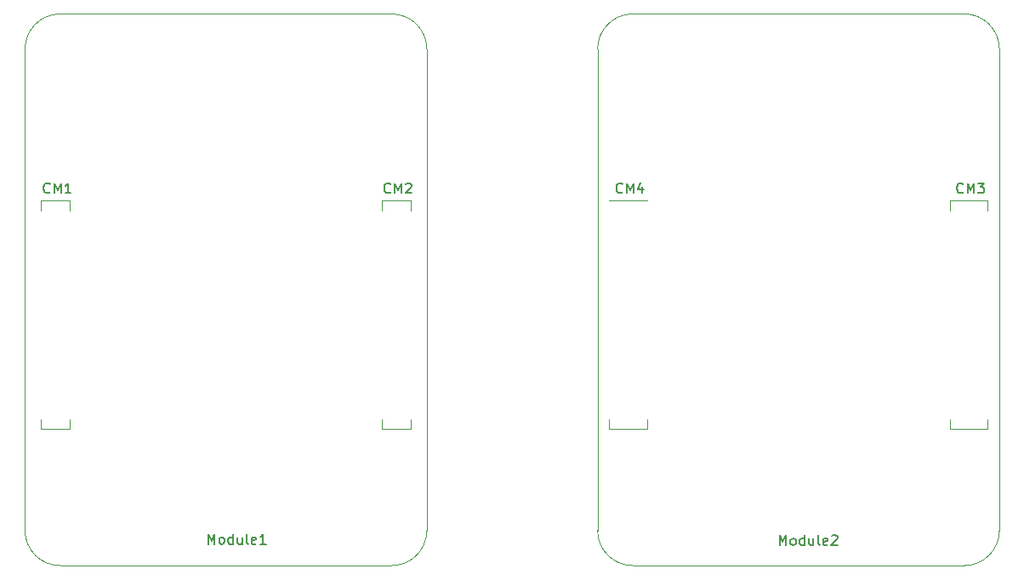
<source format=gbr>
G04 #@! TF.GenerationSoftware,KiCad,Pcbnew,5.99.0-unknown-64afa3a42e~128~ubuntu20.04.1*
G04 #@! TF.CreationDate,2021-05-19T20:45:21-05:00*
G04 #@! TF.ProjectId,RasPiCM4ConnectorTest,52617350-6943-44d3-9443-6f6e6e656374,rev?*
G04 #@! TF.SameCoordinates,Original*
G04 #@! TF.FileFunction,Legend,Top*
G04 #@! TF.FilePolarity,Positive*
%FSLAX46Y46*%
G04 Gerber Fmt 4.6, Leading zero omitted, Abs format (unit mm)*
G04 Created by KiCad (PCBNEW 5.99.0-unknown-64afa3a42e~128~ubuntu20.04.1) date 2021-05-19 20:45:21*
%MOMM*%
%LPD*%
G01*
G04 APERTURE LIST*
%ADD10C,0.150000*%
%ADD11C,0.120000*%
G04 APERTURE END LIST*
D10*
G04 #@! TO.C,CM2*
X117351904Y-90767142D02*
X117304285Y-90814761D01*
X117161428Y-90862380D01*
X117066190Y-90862380D01*
X116923333Y-90814761D01*
X116828095Y-90719523D01*
X116780476Y-90624285D01*
X116732857Y-90433809D01*
X116732857Y-90290952D01*
X116780476Y-90100476D01*
X116828095Y-90005238D01*
X116923333Y-89910000D01*
X117066190Y-89862380D01*
X117161428Y-89862380D01*
X117304285Y-89910000D01*
X117351904Y-89957619D01*
X117780476Y-90862380D02*
X117780476Y-89862380D01*
X118113809Y-90576666D01*
X118447142Y-89862380D01*
X118447142Y-90862380D01*
X118875714Y-89957619D02*
X118923333Y-89910000D01*
X119018571Y-89862380D01*
X119256666Y-89862380D01*
X119351904Y-89910000D01*
X119399523Y-89957619D01*
X119447142Y-90052857D01*
X119447142Y-90148095D01*
X119399523Y-90290952D01*
X118828095Y-90862380D01*
X119447142Y-90862380D01*
G04 #@! TO.C,CM1*
X83431904Y-90767142D02*
X83384285Y-90814761D01*
X83241428Y-90862380D01*
X83146190Y-90862380D01*
X83003333Y-90814761D01*
X82908095Y-90719523D01*
X82860476Y-90624285D01*
X82812857Y-90433809D01*
X82812857Y-90290952D01*
X82860476Y-90100476D01*
X82908095Y-90005238D01*
X83003333Y-89910000D01*
X83146190Y-89862380D01*
X83241428Y-89862380D01*
X83384285Y-89910000D01*
X83431904Y-89957619D01*
X83860476Y-90862380D02*
X83860476Y-89862380D01*
X84193809Y-90576666D01*
X84527142Y-89862380D01*
X84527142Y-90862380D01*
X85527142Y-90862380D02*
X84955714Y-90862380D01*
X85241428Y-90862380D02*
X85241428Y-89862380D01*
X85146190Y-90005238D01*
X85050952Y-90100476D01*
X84955714Y-90148095D01*
G04 #@! TO.C,CM4*
X140431904Y-90767142D02*
X140384285Y-90814761D01*
X140241428Y-90862380D01*
X140146190Y-90862380D01*
X140003333Y-90814761D01*
X139908095Y-90719523D01*
X139860476Y-90624285D01*
X139812857Y-90433809D01*
X139812857Y-90290952D01*
X139860476Y-90100476D01*
X139908095Y-90005238D01*
X140003333Y-89910000D01*
X140146190Y-89862380D01*
X140241428Y-89862380D01*
X140384285Y-89910000D01*
X140431904Y-89957619D01*
X140860476Y-90862380D02*
X140860476Y-89862380D01*
X141193809Y-90576666D01*
X141527142Y-89862380D01*
X141527142Y-90862380D01*
X142431904Y-90195714D02*
X142431904Y-90862380D01*
X142193809Y-89814761D02*
X141955714Y-90529047D01*
X142574761Y-90529047D01*
G04 #@! TO.C,Module1*
X99182857Y-125842380D02*
X99182857Y-124842380D01*
X99516190Y-125556666D01*
X99849523Y-124842380D01*
X99849523Y-125842380D01*
X100468571Y-125842380D02*
X100373333Y-125794761D01*
X100325714Y-125747142D01*
X100278095Y-125651904D01*
X100278095Y-125366190D01*
X100325714Y-125270952D01*
X100373333Y-125223333D01*
X100468571Y-125175714D01*
X100611428Y-125175714D01*
X100706666Y-125223333D01*
X100754285Y-125270952D01*
X100801904Y-125366190D01*
X100801904Y-125651904D01*
X100754285Y-125747142D01*
X100706666Y-125794761D01*
X100611428Y-125842380D01*
X100468571Y-125842380D01*
X101659047Y-125842380D02*
X101659047Y-124842380D01*
X101659047Y-125794761D02*
X101563809Y-125842380D01*
X101373333Y-125842380D01*
X101278095Y-125794761D01*
X101230476Y-125747142D01*
X101182857Y-125651904D01*
X101182857Y-125366190D01*
X101230476Y-125270952D01*
X101278095Y-125223333D01*
X101373333Y-125175714D01*
X101563809Y-125175714D01*
X101659047Y-125223333D01*
X102563809Y-125175714D02*
X102563809Y-125842380D01*
X102135238Y-125175714D02*
X102135238Y-125699523D01*
X102182857Y-125794761D01*
X102278095Y-125842380D01*
X102420952Y-125842380D01*
X102516190Y-125794761D01*
X102563809Y-125747142D01*
X103182857Y-125842380D02*
X103087619Y-125794761D01*
X103040000Y-125699523D01*
X103040000Y-124842380D01*
X103944761Y-125794761D02*
X103849523Y-125842380D01*
X103659047Y-125842380D01*
X103563809Y-125794761D01*
X103516190Y-125699523D01*
X103516190Y-125318571D01*
X103563809Y-125223333D01*
X103659047Y-125175714D01*
X103849523Y-125175714D01*
X103944761Y-125223333D01*
X103992380Y-125318571D01*
X103992380Y-125413809D01*
X103516190Y-125509047D01*
X104944761Y-125842380D02*
X104373333Y-125842380D01*
X104659047Y-125842380D02*
X104659047Y-124842380D01*
X104563809Y-124985238D01*
X104468571Y-125080476D01*
X104373333Y-125128095D01*
G04 #@! TO.C,CM3*
X174351904Y-90767142D02*
X174304285Y-90814761D01*
X174161428Y-90862380D01*
X174066190Y-90862380D01*
X173923333Y-90814761D01*
X173828095Y-90719523D01*
X173780476Y-90624285D01*
X173732857Y-90433809D01*
X173732857Y-90290952D01*
X173780476Y-90100476D01*
X173828095Y-90005238D01*
X173923333Y-89910000D01*
X174066190Y-89862380D01*
X174161428Y-89862380D01*
X174304285Y-89910000D01*
X174351904Y-89957619D01*
X174780476Y-90862380D02*
X174780476Y-89862380D01*
X175113809Y-90576666D01*
X175447142Y-89862380D01*
X175447142Y-90862380D01*
X175828095Y-89862380D02*
X176447142Y-89862380D01*
X176113809Y-90243333D01*
X176256666Y-90243333D01*
X176351904Y-90290952D01*
X176399523Y-90338571D01*
X176447142Y-90433809D01*
X176447142Y-90671904D01*
X176399523Y-90767142D01*
X176351904Y-90814761D01*
X176256666Y-90862380D01*
X175970952Y-90862380D01*
X175875714Y-90814761D01*
X175828095Y-90767142D01*
G04 #@! TO.C,Module2*
X156072857Y-125952380D02*
X156072857Y-124952380D01*
X156406190Y-125666666D01*
X156739523Y-124952380D01*
X156739523Y-125952380D01*
X157358571Y-125952380D02*
X157263333Y-125904761D01*
X157215714Y-125857142D01*
X157168095Y-125761904D01*
X157168095Y-125476190D01*
X157215714Y-125380952D01*
X157263333Y-125333333D01*
X157358571Y-125285714D01*
X157501428Y-125285714D01*
X157596666Y-125333333D01*
X157644285Y-125380952D01*
X157691904Y-125476190D01*
X157691904Y-125761904D01*
X157644285Y-125857142D01*
X157596666Y-125904761D01*
X157501428Y-125952380D01*
X157358571Y-125952380D01*
X158549047Y-125952380D02*
X158549047Y-124952380D01*
X158549047Y-125904761D02*
X158453809Y-125952380D01*
X158263333Y-125952380D01*
X158168095Y-125904761D01*
X158120476Y-125857142D01*
X158072857Y-125761904D01*
X158072857Y-125476190D01*
X158120476Y-125380952D01*
X158168095Y-125333333D01*
X158263333Y-125285714D01*
X158453809Y-125285714D01*
X158549047Y-125333333D01*
X159453809Y-125285714D02*
X159453809Y-125952380D01*
X159025238Y-125285714D02*
X159025238Y-125809523D01*
X159072857Y-125904761D01*
X159168095Y-125952380D01*
X159310952Y-125952380D01*
X159406190Y-125904761D01*
X159453809Y-125857142D01*
X160072857Y-125952380D02*
X159977619Y-125904761D01*
X159930000Y-125809523D01*
X159930000Y-124952380D01*
X160834761Y-125904761D02*
X160739523Y-125952380D01*
X160549047Y-125952380D01*
X160453809Y-125904761D01*
X160406190Y-125809523D01*
X160406190Y-125428571D01*
X160453809Y-125333333D01*
X160549047Y-125285714D01*
X160739523Y-125285714D01*
X160834761Y-125333333D01*
X160882380Y-125428571D01*
X160882380Y-125523809D01*
X160406190Y-125619047D01*
X161263333Y-125047619D02*
X161310952Y-125000000D01*
X161406190Y-124952380D01*
X161644285Y-124952380D01*
X161739523Y-125000000D01*
X161787142Y-125047619D01*
X161834761Y-125142857D01*
X161834761Y-125238095D01*
X161787142Y-125380952D01*
X161215714Y-125952380D01*
X161834761Y-125952380D01*
D11*
G04 #@! TO.C,Module1*
X80960000Y-76500000D02*
X80960000Y-124500000D01*
X119350000Y-114400000D02*
X119350000Y-113400000D01*
X85430000Y-114400000D02*
X85430000Y-113400000D01*
X82570000Y-114400000D02*
X82570000Y-113400000D01*
X117460000Y-73000000D02*
X84460000Y-73000000D01*
X116490000Y-114400000D02*
X119350000Y-114400000D01*
X82570000Y-91600000D02*
X85430000Y-91600000D01*
X82570000Y-114400000D02*
X85430000Y-114400000D01*
X84460000Y-128000000D02*
X117460000Y-128000000D01*
X116490000Y-91600000D02*
X119350000Y-91600000D01*
X116490000Y-114400000D02*
X116490000Y-113400000D01*
X82570000Y-92600000D02*
X82570000Y-91600000D01*
X120960000Y-124500000D02*
X120960000Y-76500000D01*
X119350000Y-91600000D02*
X119350000Y-92600000D01*
X116490000Y-91600000D02*
X116490000Y-92600000D01*
X85430000Y-92600000D02*
X85430000Y-91600000D01*
X80960000Y-76500000D02*
G75*
G02*
X84460000Y-73000000I3500000J0D01*
G01*
X117460000Y-73000000D02*
G75*
G02*
X120960000Y-76500000I0J-3500000D01*
G01*
X120960000Y-124500000D02*
G75*
G02*
X117460000Y-128000000I-3500000J0D01*
G01*
X84460000Y-128000000D02*
G75*
G02*
X80960000Y-124500000I0J3500000D01*
G01*
G04 #@! TO.C,Module2*
X176810000Y-114400000D02*
X176810000Y-113400000D01*
X173030000Y-114400000D02*
X176810000Y-114400000D01*
X141460000Y-128000000D02*
X174460000Y-128000000D01*
X176810000Y-91600000D02*
X176810000Y-92600000D01*
X173030000Y-91600000D02*
X173030000Y-92600000D01*
X177960000Y-124500000D02*
X177960000Y-76500000D01*
X174460000Y-73000000D02*
X141460000Y-73000000D01*
X139110000Y-91600000D02*
X142890000Y-91600000D01*
X139110000Y-114400000D02*
X139110000Y-113400000D01*
X139110000Y-114400000D02*
X142890000Y-114400000D01*
X173030000Y-91600000D02*
X176810000Y-91600000D01*
X173030000Y-114400000D02*
X173030000Y-113400000D01*
X142890000Y-114400000D02*
X142890000Y-113400000D01*
X137960000Y-76500000D02*
X137960000Y-124500000D01*
X174460000Y-73000000D02*
G75*
G02*
X177960000Y-76500000I0J-3500000D01*
G01*
X177960000Y-124500000D02*
G75*
G02*
X174460000Y-128000000I-3500000J0D01*
G01*
X141460000Y-128000000D02*
G75*
G02*
X137960000Y-124500000I0J3500000D01*
G01*
X137960000Y-76500000D02*
G75*
G02*
X141460000Y-73000000I3500000J0D01*
G01*
G04 #@! TD*
M02*

</source>
